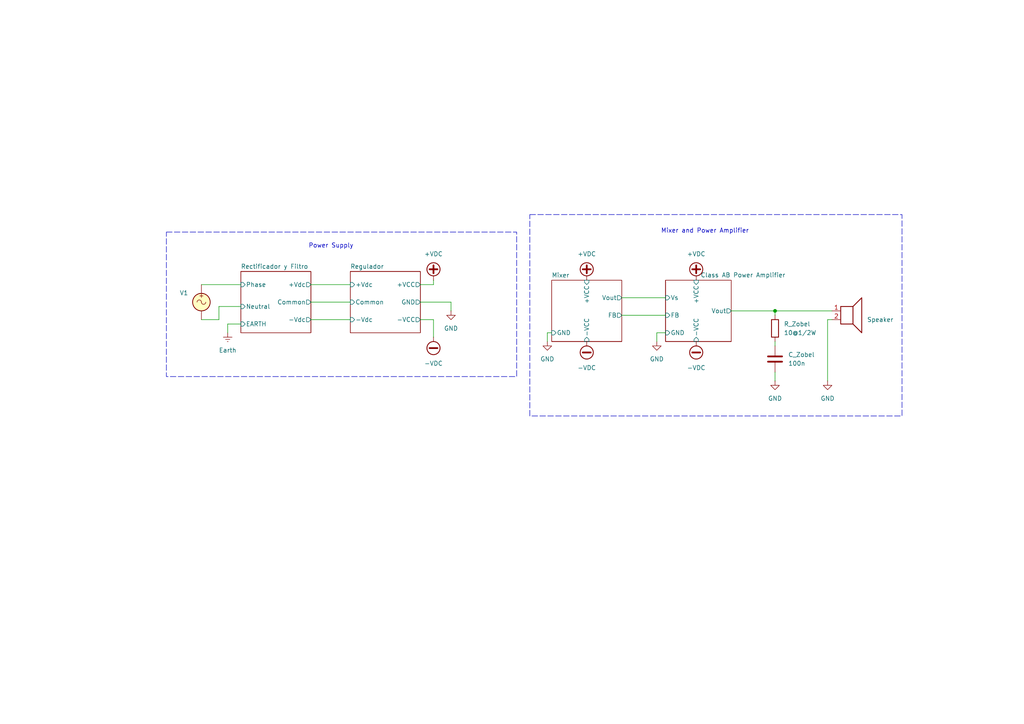
<source format=kicad_sch>
(kicad_sch (version 20231120) (generator "eeschema") (generator_version "8.0")
  (paper "A4")
  (lib_symbols
    (symbol "Device:C" (pin_numbers hide) (pin_names (offset 0.254))
      (property "Reference" "C" (at 0.635 2.54 0))
      (property "Value" "C" (at 0.635 -2.54 0))
      (symbol "C_0_1"
        (polyline (pts (xy -2.032 -0.762) (xy 2.032 -0.762)) (stroke (width 0.508)))
        (polyline (pts (xy -2.032 0.762) (xy 2.032 0.762)) (stroke (width 0.508)))
      )
      (symbol "C_1_1"
        (pin passive line (at 0 3.81 270) (length 2.794) (name "~") (number "1"))
        (pin passive line (at 0 -3.81 90) (length 2.794) (name "~") (number "2"))
      )
    )
    (symbol "Device:R" (pin_numbers hide) (pin_names (offset 0))
      (property "Reference" "R" (at 2.032 0 90))
      (property "Value" "R" (at 0 0 90))
      (symbol "R_0_1"
        (rectangle (start -1.016 -2.54) (end 1.016 2.54) (stroke (width 0.254)))
      )
      (symbol "R_1_1"
        (pin passive line (at 0 3.81 270) (length 1.27) (name "~") (number "1"))
        (pin passive line (at 0 -3.81 90) (length 1.27) (name "~") (number "2"))
      )
    )
    (symbol "Device:Speaker" (pin_names (offset 0) hide)
      (property "Reference" "LS" (at 1.27 5.715 0))
      (property "Value" "Speaker" (at 1.27 3.81 0))
      (symbol "Speaker_0_0"
        (rectangle (start -2.54 1.27) (end 1.016 -3.81) (stroke (width 0.254)))
        (polyline (pts (xy 1.016 1.27) (xy 3.556 3.81) (xy 3.556 -6.35) (xy 1.016 -3.81)) (stroke (width 0.254)))
      )
      (symbol "Speaker_1_1"
        (pin input line (at -5.08 0 0) (length 2.54) (name "1") (number "1"))
        (pin input line (at -5.08 -2.54 0) (length 2.54) (name "2") (number "2"))
      )
    )
    (symbol "Simulation_SPICE:VSIN" (pin_numbers hide) (pin_names (offset 0.0254))
      (property "Reference" "V" (at 2.54 2.54 0))
      (property "Value" "VSIN" (at 2.54 0 0))
      (property "Sim.Params" "dc=0 ampl=1 f=1k ac=1" (at 2.54 -2.54 0))
      (symbol "VSIN_0_0"
        (arc (start 0 0) (mid -0.635 0.6323) (end -1.27 0))
        (arc (start 0 0) (mid 0.635 -0.6323) (end 1.27 0))
        (text "+" (at 0 1.905 0) (effects (font (size 1.27 1.27))))
      )
      (symbol "VSIN_0_1"
        (circle (center 0 0) (radius 2.54) (stroke (width 0.254)) (fill (type background)))
      )
      (symbol "VSIN_1_1"
        (pin passive line (at 0 5.08 270) (length 2.54) (name "~") (number "1"))
        (pin passive line (at 0 -5.08 90) (length 2.54) (name "~") (number "2"))
      )
    )
    (symbol "power:+VDC" (power) (pin_numbers hide) (pin_names (offset 0) hide)
      (property "Value" "+VDC" (at 0 6.35 0))
      (symbol "+VDC_0_1"
        (polyline (pts (xy -1.143 3.175) (xy 1.143 3.175)) (stroke (width 0.508)))
        (polyline (pts (xy 0 0) (xy 0 1.27)))
        (polyline (pts (xy 0 2.032) (xy 0 4.318)) (stroke (width 0.508)))
        (circle (center 0 3.175) (radius 1.905) (stroke (width 0.254)))
      )
      (symbol "+VDC_1_1"
        (pin power_in line (at 0 0 90) (length 0) (name "~") (number "1"))
      )
    )
    (symbol "power:-VDC" (power) (pin_numbers hide) (pin_names (offset 0) hide)
      (property "Value" "-VDC" (at 0 6.35 0))
      (symbol "-VDC_0_1"
        (polyline (pts (xy -1.143 3.175) (xy 1.143 3.175)) (stroke (width 0.508)))
        (polyline (pts (xy 0 0) (xy 0 1.27)))
        (circle (center 0 3.175) (radius 1.905) (stroke (width 0.254)))
      )
      (symbol "-VDC_1_1"
        (pin power_in line (at 0 0 90) (length 0) (name "~") (number "1"))
      )
    )
    (symbol "power:Earth" (power) (pin_numbers hide) (pin_names (offset 0) hide)
      (property "Value" "Earth" (at 0 -3.81 0))
      (symbol "Earth_0_1"
        (polyline (pts (xy -0.635 -1.905) (xy 0.635 -1.905)))
        (polyline (pts (xy -0.127 -2.54) (xy 0.127 -2.54)))
        (polyline (pts (xy 0 -1.27) (xy 0 0)))
        (polyline (pts (xy 1.27 -1.27) (xy -1.27 -1.27)))
      )
      (symbol "Earth_1_1"
        (pin power_in line (at 0 0 270) (length 0) (name "~") (number "1"))
      )
    )
    (symbol "power:GND" (power) (pin_numbers hide) (pin_names (offset 0) hide)
      (property "Value" "GND" (at 0 -3.81 0))
      (symbol "GND_0_1"
        (polyline (pts (xy 0 0) (xy 0 -1.27) (xy 1.27 -1.27) (xy 0 -2.54) (xy -1.27 -1.27) (xy 0 -1.27)))
      )
      (symbol "GND_1_1"
        (pin power_in line (at 0 0 270) (length 0) (name "~") (number "1"))
      )
    )
  )
  (junction (at 224.79 90.17))
  (wire (pts (xy 180.34 91.44) (xy 193.04 91.44)))
  (wire (pts (xy 158.75 99.06) (xy 158.75 96.52)))
  (wire (pts (xy 190.5 96.52) (xy 193.04 96.52)))
  (wire (pts (xy 240.03 110.49) (xy 240.03 92.71)))
  (wire (pts (xy 90.17 87.63) (xy 101.6 87.63)))
  (wire (pts (xy 63.5 88.9) (xy 63.5 92.71)))
  (wire (pts (xy 63.5 92.71) (xy 58.42 92.71)))
  (wire (pts (xy 69.85 88.9) (xy 63.5 88.9)))
  (wire (pts (xy 212.09 90.17) (xy 224.79 90.17)))
  (wire (pts (xy 66.04 96.52) (xy 66.04 93.98)))
  (wire (pts (xy 125.73 81.28) (xy 125.73 82.55)))
  (wire (pts (xy 224.79 90.17) (xy 241.3 90.17)))
  (wire (pts (xy 224.79 100.33) (xy 224.79 99.06)))
  (wire (pts (xy 224.79 107.95) (xy 224.79 110.49)))
  (wire (pts (xy 69.85 82.55) (xy 58.42 82.55)))
  (wire (pts (xy 224.79 91.44) (xy 224.79 90.17)))
  (wire (pts (xy 180.34 86.36) (xy 193.04 86.36)))
  (wire (pts (xy 125.73 92.71) (xy 121.92 92.71)))
  (wire (pts (xy 90.17 92.71) (xy 101.6 92.71)))
  (wire (pts (xy 130.81 90.17) (xy 130.81 87.63)))
  (wire (pts (xy 240.03 92.71) (xy 241.3 92.71)))
  (wire (pts (xy 125.73 82.55) (xy 121.92 82.55)))
  (wire (pts (xy 190.5 99.06) (xy 190.5 96.52)))
  (wire (pts (xy 66.04 93.98) (xy 69.85 93.98)))
  (wire (pts (xy 158.75 96.52) (xy 160.02 96.52)))
  (wire (pts (xy 90.17 82.55) (xy 101.6 82.55)))
  (wire (pts (xy 125.73 97.79) (xy 125.73 92.71)))
  (wire (pts (xy 130.81 87.63) (xy 121.92 87.63)))
  (rectangle (start 153.67 62.23) (end 261.62 120.65) (stroke (width 0) (type dash)))
  (rectangle (start 48.26 67.31) (end 149.86 109.22) (stroke (width 0) (type dash)))
  (text "Mixer and Power Amplifier" (at 204.47 67.056 0) (effects (font (size 1.27 1.27))))
  (text "Power Supply" (at 96.012 71.374 0) (effects (font (size 1.27 1.27))))
  (symbol (lib_id "power:GND") (at 190.5 99.06 0) (unit 1)
    (property "Reference" "#PWR014" (effects (hide yes)))
    (property "Value" "GND" (at 190.5 104.14 0))
    (property "Description" "Power symbol creates a global label with name \"GND\" , ground" (effects (hide yes)))
  )
  (symbol (lib_id "Simulation_SPICE:VSIN") (at 58.42 87.63 0) (unit 1)
    (property "Reference" "V1" (at 54.61 84.9601 0) (effects (justify right)))
    (property "Value" "VSIN" (effects (hide yes)))
    (property "Datasheet" "https://ngspice.sourceforge.io/docs/ngspice-html-manual/manual.xhtml#sec_Independent_Sources_for" (effects (hide yes)))
    (property "Description" "Voltage source, sinusoidal" (effects (hide yes)))
    (property "Sim.Pins" "1=+ 2=-" (effects (hide yes)))
    (property "Sim.Params" "dc=0 ampl=1 f=1k ac=1" (effects (hide yes)))
    (property "Sim.Type" "SIN" (effects (hide yes)))
    (property "Sim.Device" "V" (effects (hide yes)))
  )
  (symbol (lib_id "power:GND") (at 240.03 110.49 0) (unit 1)
    (property "Reference" "#PWR013" (effects (hide yes)))
    (property "Value" "GND" (at 240.03 115.57 0))
    (property "Description" "Power symbol creates a global label with name \"GND\" , ground" (effects (hide yes)))
  )
  (symbol (lib_id "power:+VDC") (at 170.18 81.28 0) (unit 1)
    (property "Reference" "#PWR099" (effects (hide yes)))
    (property "Value" "+VDC" (at 170.18 73.66 0))
    (property "Description" "Power symbol creates a global label with name \"+VDC\"" (effects (hide yes)))
  )
  (symbol (lib_id "power:-VDC") (at 170.18 99.06 0) (mirror x) (unit 1)
    (property "Reference" "#PWR0101" (effects (hide yes)))
    (property "Value" "-VDC" (at 170.18 106.68 0))
    (property "Description" "Power symbol creates a global label with name \"-VDC\"" (effects (hide yes)))
  )
  (symbol (lib_id "Device:R") (at 224.79 95.25 0) (unit 1)
    (property "Reference" "R_Zobel" (at 227.33 93.9799 0) (effects (justify left)))
    (property "Value" "10@1/2W" (at 227.33 96.5199 0) (effects (justify left)))
    (property "Description" "Resistor" (effects (hide yes)))
  )
  (symbol (lib_id "Device:C") (at 224.79 104.14 0) (unit 1)
    (property "Reference" "C_Zobel" (at 228.6 102.8699 0) (effects (justify left)))
    (property "Value" "100n" (at 228.6 105.4099 0) (effects (justify left)))
    (property "Description" "Unpolarized capacitor" (effects (hide yes)))
  )
  (symbol (lib_id "power:-VDC") (at 201.93 99.06 0) (mirror x) (unit 1)
    (property "Reference" "#PWR0102" (effects (hide yes)))
    (property "Value" "-VDC" (at 201.93 106.68 0))
    (property "Description" "Power symbol creates a global label with name \"-VDC\"" (effects (hide yes)))
  )
  (symbol (lib_id "power:GND") (at 130.81 90.17 0) (unit 1)
    (property "Reference" "#PWR098" (effects (hide yes)))
    (property "Value" "GND" (at 130.81 95.25 0))
    (property "Description" "Power symbol creates a global label with name \"GND\" , ground" (effects (hide yes)))
  )
  (symbol (lib_id "power:+VDC") (at 201.93 81.28 0) (unit 1)
    (property "Reference" "#PWR0100" (effects (hide yes)))
    (property "Value" "+VDC" (at 201.93 73.66 0))
    (property "Description" "Power symbol creates a global label with name \"+VDC\"" (effects (hide yes)))
  )
  (symbol (lib_id "power:Earth") (at 66.04 96.52 0) (unit 1)
    (property "Reference" "#PWR094" (effects (hide yes)))
    (property "Value" "Earth" (at 66.04 101.6 0))
    (property "Description" "Power symbol creates a global label with name \"Earth\"" (effects (hide yes)))
  )
  (symbol (lib_id "Device:Speaker") (at 246.38 90.17 0) (unit 1)
    (property "Reference" "LS1" (effects (hide yes)))
    (property "Value" "Speaker" (at 251.46 92.7099 0) (effects (justify left)))
    (property "Description" "Speaker" (effects (hide yes)))
  )
  (symbol (lib_id "power:GND") (at 224.79 110.49 0) (unit 1)
    (property "Reference" "#PWR09" (effects (hide yes)))
    (property "Value" "GND" (at 224.79 115.57 0))
    (property "Description" "Power symbol creates a global label with name \"GND\" , ground" (effects (hide yes)))
  )
  (symbol (lib_id "power:GND") (at 158.75 99.06 0) (unit 1)
    (property "Reference" "#PWR092" (effects (hide yes)))
    (property "Value" "GND" (at 158.75 104.14 0))
    (property "Description" "Power symbol creates a global label with name \"GND\" , ground" (effects (hide yes)))
  )
  (symbol (lib_id "power:-VDC") (at 125.73 97.79 0) (mirror x) (unit 1)
    (property "Reference" "#PWR097" (effects (hide yes)))
    (property "Value" "-VDC" (at 125.73 105.41 0))
    (property "Description" "Power symbol creates a global label with name \"-VDC\"" (effects (hide yes)))
  )
  (symbol (lib_id "power:+VDC") (at 125.73 81.28 0) (unit 1)
    (property "Reference" "#PWR096" (effects (hide yes)))
    (property "Value" "+VDC" (at 125.73 73.66 0))
    (property "Description" "Power symbol creates a global label with name \"+VDC\"" (effects (hide yes)))
  )
  (sheet (at 101.6 78.74) (size 20.32 17.78) (stroke (width 0.1524))
    (property "Sheetname" "Regulador" (at 101.6 78.0284 0) (effects (justify left bottom)))
    (property "Sheetfile" "subnets/Regulador.kicad_sch" (effects (hide yes)))
    (pin "+VCC" output (at 121.92 82.55 0))
    (pin "GND" output (at 121.92 87.63 0))
    (pin "-VCC" output (at 121.92 92.71 0))
    (pin "-Vdc" input (at 101.6 92.71 180))
    (pin "+Vdc" input (at 101.6 82.55 180))
    (pin "Common" input (at 101.6 87.63 180))
  )
  (sheet (at 160.02 81.28) (size 20.32 17.78) (stroke (width 0.1524))
    (property "Sheetname" "Mixer" (at 160.02 80.5684 0) (effects (justify left bottom)))
    (property "Sheetfile" "subnets/Mixer.kicad_sch" (effects (hide yes)))
    (pin "Vout" output (at 180.34 86.36 0))
    (pin "GND" input (at 160.02 96.52 180))
    (pin "+VCC" input (at 170.18 81.28 90))
    (pin "-VCC" input (at 170.18 99.06 270))
    (pin "FB" output (at 180.34 91.44 0))
  )
  (sheet (at 69.85 78.74) (size 20.32 17.78) (stroke (width 0.1524))
    (property "Sheetname" "Rectificador y Filtro" (at 69.85 78.0284 0) (effects (justify left bottom)))
    (property "Sheetfile" "subnets/Rectificador y Filtro.kicad_sch" (effects (hide yes)))
    (pin "+Vdc" output (at 90.17 82.55 0))
    (pin "-Vdc" output (at 90.17 92.71 0))
    (pin "Common" output (at 90.17 87.63 0))
    (pin "Neutral" input (at 69.85 88.9 180))
    (pin "Phase" input (at 69.85 82.55 180))
    (pin "EARTH" input (at 69.85 93.98 180))
  )
  (sheet (at 193.04 81.28) (size 19.05 17.78) (stroke (width 0.1524))
    (property "Sheetname" "Class AB Power Amplifier" (at 203.2 80.518 0) (effects (justify left bottom)))
    (property "Sheetfile" "subnets/Class AB Power Amplifier.kicad_sch" (effects (hide yes)))
    (pin "+VCC" input (at 201.93 81.28 90))
    (pin "-VCC" input (at 201.93 99.06 270))
    (pin "GND" input (at 193.04 96.52 180))
    (pin "Vout" output (at 212.09 90.17 0))
    (pin "Vs" input (at 193.04 86.36 180))
    (pin "FB" input (at 193.04 91.44 180))
  )
)
</source>
